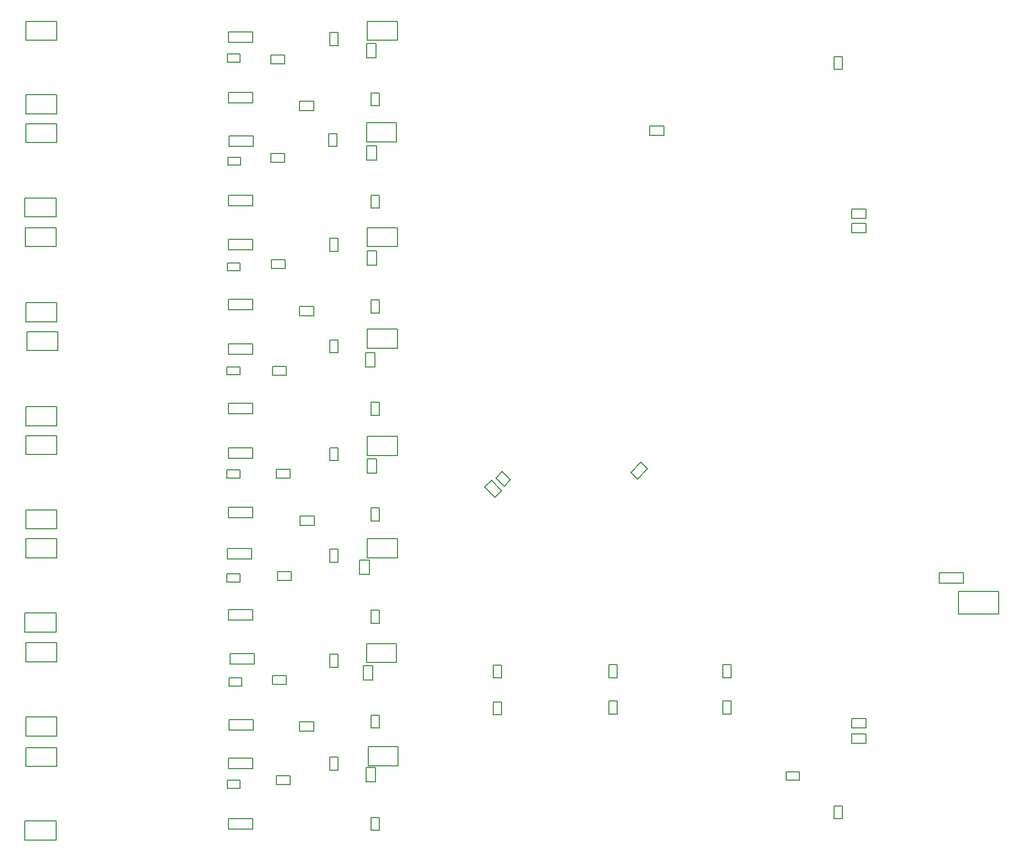
<source format=gbr>
%TF.GenerationSoftware,Altium Limited,Altium Designer,21.6.4 (81)*%
G04 Layer_Color=32896*
%FSLAX43Y43*%
%MOMM*%
%TF.SameCoordinates,95A2699C-722C-4572-8EE5-7BEA9F810E30*%
%TF.FilePolarity,Positive*%
%TF.FileFunction,Other,Bottom_3D_Body*%
%TF.Part,Single*%
G01*
G75*
%TA.AperFunction,NonConductor*%
%ADD94C,0.200*%
D94*
X-107992Y30474D02*
X-106542D01*
X-107992D02*
Y32674D01*
X-106542D01*
Y30474D02*
Y32674D01*
X-117813Y118107D02*
X-115613D01*
Y119557D01*
X-117813D02*
X-115613D01*
X-117813Y118107D02*
Y119557D01*
Y22603D02*
X-115613D01*
Y24053D01*
X-117813D02*
X-115613D01*
X-117813Y22603D02*
Y24053D01*
X-87601Y61587D02*
X-86328Y60314D01*
X-85373Y61269D01*
X-86646Y62542D02*
X-85373Y61269D01*
X-87601Y61587D02*
X-86646Y62542D01*
X-105957Y62322D02*
Y64522D01*
X-107407D02*
X-105957D01*
X-107407Y62322D02*
Y64522D01*
Y62322D02*
X-105957D01*
X-106163Y78638D02*
Y80838D01*
X-107613D02*
X-106163D01*
X-107613Y78638D02*
Y80838D01*
Y78638D02*
X-106163D01*
X-105919Y94296D02*
Y96496D01*
X-107369D02*
X-105919D01*
X-107369Y94296D02*
Y96496D01*
Y94296D02*
X-105919D01*
X-105969Y110487D02*
Y112687D01*
X-107419D02*
X-105969D01*
X-107419Y110487D02*
Y112687D01*
Y110487D02*
X-105969D01*
X-106028Y126239D02*
Y128439D01*
X-107478D02*
X-106028D01*
X-107478Y126239D02*
Y128439D01*
Y126239D02*
X-106028D01*
X-32850Y102920D02*
X-30650D01*
X-32850Y101470D02*
Y102920D01*
Y101470D02*
X-30650D01*
Y102920D01*
X-32850Y100761D02*
X-30650D01*
X-32850Y99311D02*
Y100761D01*
Y99311D02*
X-30650D01*
Y100761D01*
X-32850Y24561D02*
X-30650D01*
X-32850Y23111D02*
Y24561D01*
Y23111D02*
X-30650D01*
Y24561D01*
X-32850Y22148D02*
X-30650D01*
X-32850Y20698D02*
Y22148D01*
Y20698D02*
X-30650D01*
Y22148D01*
X-106104Y14814D02*
Y17014D01*
X-107554D02*
X-106104D01*
X-107554Y14814D02*
Y17014D01*
Y14814D02*
X-106104D01*
X-107068Y46731D02*
Y48931D01*
X-108518D02*
X-107068D01*
X-108518Y46731D02*
Y48931D01*
Y46731D02*
X-107068D01*
X-63965Y114297D02*
X-61765D01*
Y115747D01*
X-63965D02*
X-61765D01*
X-63965Y114297D02*
Y115747D01*
X-117686Y54226D02*
X-115486D01*
Y55676D01*
X-117686D02*
X-115486D01*
X-117686Y54226D02*
Y55676D01*
X-117813Y86484D02*
X-115613D01*
Y87934D01*
X-117813D02*
X-115613D01*
X-117813Y86484D02*
Y87934D01*
X-159994Y8776D02*
X-155244D01*
X-159994Y5876D02*
Y8776D01*
Y5876D02*
X-155244D01*
Y8776D01*
X-159867Y20079D02*
X-155117D01*
X-159867Y17179D02*
Y20079D01*
Y17179D02*
X-155117D01*
Y20079D01*
X-159867Y24778D02*
X-155117D01*
X-159867Y21878D02*
Y24778D01*
Y21878D02*
X-155117D01*
Y24778D01*
X-159994Y40780D02*
X-155244D01*
X-159994Y37880D02*
Y40780D01*
Y37880D02*
X-155244D01*
Y40780D01*
X-159867Y52210D02*
X-155117D01*
X-159867Y49310D02*
Y52210D01*
Y49310D02*
X-155117D01*
Y52210D01*
X-159867Y56655D02*
X-155117D01*
X-159867Y53755D02*
Y56655D01*
Y53755D02*
X-155117D01*
Y56655D01*
X-159867Y68085D02*
X-155117D01*
X-159867Y65185D02*
Y68085D01*
Y65185D02*
X-155117D01*
Y68085D01*
X-159855Y72530D02*
X-155105D01*
X-159855Y69630D02*
Y72530D01*
Y69630D02*
X-155105D01*
Y72530D01*
X-159728Y84087D02*
X-154978D01*
X-159728Y81187D02*
Y84087D01*
Y81187D02*
X-154978D01*
Y84087D01*
X-159855Y88532D02*
X-155105D01*
X-159855Y85632D02*
Y88532D01*
Y85632D02*
X-155105D01*
Y88532D01*
X-159982Y100089D02*
X-155232D01*
X-159982Y97189D02*
Y100089D01*
Y97189D02*
X-155232D01*
Y100089D01*
X-159994Y104661D02*
X-155244D01*
X-159994Y101761D02*
Y104661D01*
Y101761D02*
X-155244D01*
Y104661D01*
X-159855Y116091D02*
X-155105D01*
X-159855Y113191D02*
Y116091D01*
Y113191D02*
X-155105D01*
Y116091D01*
X-159855Y120536D02*
X-155105D01*
X-159855Y117636D02*
Y120536D01*
Y117636D02*
X-155105D01*
Y120536D01*
X-159855Y131839D02*
X-155105D01*
X-159855Y128939D02*
Y131839D01*
Y128939D02*
X-155105D01*
Y131839D01*
X-159855Y36208D02*
X-155105D01*
X-159855Y33308D02*
Y36208D01*
Y33308D02*
X-155105D01*
Y36208D01*
X-125023Y39673D02*
Y41273D01*
X-128723Y39673D02*
X-125023D01*
X-128723D02*
Y41273D01*
X-125023D01*
X-125150Y49071D02*
Y50671D01*
X-128850Y49071D02*
X-125150D01*
X-128850D02*
Y50671D01*
X-125150D01*
X-124926Y112571D02*
Y114171D01*
X-128626Y112571D02*
X-124926D01*
X-128626D02*
Y114171D01*
X-124926D01*
X-106797Y118848D02*
X-105547D01*
X-106797D02*
Y120848D01*
X-105547D01*
Y118848D02*
Y120848D01*
X-106797Y39219D02*
X-105547D01*
X-106797D02*
Y41219D01*
X-105547D01*
Y39219D02*
Y41219D01*
X-106797Y23090D02*
X-105547D01*
X-106797D02*
Y25090D01*
X-105547D01*
Y23090D02*
Y25090D01*
X-106797Y7342D02*
X-105547D01*
X-106797D02*
Y9342D01*
X-105547D01*
Y7342D02*
Y9342D01*
X-107202Y17296D02*
Y20216D01*
X-102602D01*
Y17296D02*
Y20216D01*
X-107202Y17296D02*
X-102602D01*
X-107456Y33171D02*
Y36091D01*
X-102856D01*
Y33171D02*
Y36091D01*
X-107456Y33171D02*
X-102856D01*
X-107329Y49300D02*
Y52220D01*
X-102729D01*
Y49300D02*
Y52220D01*
X-107329Y49300D02*
X-102729D01*
X-107329Y65048D02*
Y67968D01*
X-102729D01*
Y65048D02*
Y67968D01*
X-107329Y65048D02*
X-102729D01*
X-107329Y81558D02*
Y84478D01*
X-102729D01*
Y81558D02*
Y84478D01*
X-107329Y81558D02*
X-102729D01*
X-107329Y97179D02*
Y100099D01*
X-102729D01*
Y97179D02*
Y100099D01*
X-107329Y97179D02*
X-102729D01*
X-107456Y113308D02*
Y116228D01*
X-102856D01*
Y113308D02*
Y116228D01*
X-107456Y113308D02*
X-102856D01*
X-107329Y128929D02*
Y131849D01*
X-102729D01*
Y128929D02*
Y131849D01*
X-107329Y128929D02*
X-102729D01*
X-113147Y130119D02*
X-111897D01*
Y128119D02*
Y130119D01*
X-113147Y128119D02*
X-111897D01*
X-113147D02*
Y130119D01*
X-113274Y114590D02*
X-112024D01*
Y112590D02*
Y114590D01*
X-113274Y112590D02*
X-112024D01*
X-113274D02*
Y114590D01*
X-113147Y98461D02*
X-111897D01*
Y96461D02*
Y98461D01*
X-113147Y96461D02*
X-111897D01*
X-113147D02*
Y98461D01*
Y82840D02*
X-111897D01*
Y80840D02*
Y82840D01*
X-113147Y80840D02*
X-111897D01*
X-113147D02*
Y82840D01*
Y66238D02*
X-111897D01*
Y64238D02*
Y66238D01*
X-113147Y64238D02*
X-111897D01*
X-113147D02*
Y66238D01*
Y50617D02*
X-111897D01*
Y48617D02*
Y50617D01*
X-113147Y48617D02*
X-111897D01*
X-113147D02*
Y50617D01*
Y18613D02*
X-111897D01*
Y16613D02*
Y18613D01*
X-113147Y16613D02*
X-111897D01*
X-113147D02*
Y18613D01*
X-119219Y14398D02*
Y15748D01*
X-121319Y14398D02*
X-119219D01*
X-121319D02*
Y15748D01*
X-119219D01*
X-119854Y29765D02*
Y31115D01*
X-121954Y29765D02*
X-119854D01*
X-121954D02*
Y31115D01*
X-119854D01*
X-119092Y45767D02*
Y47117D01*
X-121192Y45767D02*
X-119092D01*
X-121192D02*
Y47117D01*
X-119092D01*
X-119219Y61515D02*
Y62865D01*
X-121319Y61515D02*
X-119219D01*
X-121319D02*
Y62865D01*
X-119219D01*
X-119854Y77390D02*
Y78740D01*
X-121954Y77390D02*
X-119854D01*
X-121954D02*
Y78740D01*
X-119854D01*
X-120015Y93773D02*
Y95123D01*
X-122115Y93773D02*
X-120015D01*
X-122115D02*
Y95123D01*
X-120015D01*
X-120108Y110156D02*
Y111506D01*
X-122208Y110156D02*
X-120108D01*
X-122208D02*
Y111506D01*
X-120108D01*
X-124993Y128573D02*
Y130173D01*
X-128693Y128573D02*
X-124993D01*
X-128693D02*
Y130173D01*
X-124993D01*
X-126889Y125573D02*
Y126823D01*
X-128889Y125573D02*
X-126889D01*
X-128889D02*
Y126823D01*
X-126889D01*
X-126802Y109698D02*
Y110948D01*
X-128802Y109698D02*
X-126802D01*
X-128802D02*
Y110948D01*
X-126802D01*
X-125023Y103427D02*
Y105027D01*
X-128723Y103427D02*
X-125023D01*
X-128723D02*
Y105027D01*
X-125023D01*
X-124993Y96696D02*
Y98296D01*
X-128693Y96696D02*
X-124993D01*
X-128693D02*
Y98296D01*
X-124993D01*
X-125023Y87425D02*
Y89025D01*
X-128723Y87425D02*
X-125023D01*
X-128723D02*
Y89025D01*
X-125023D01*
X-126889Y93442D02*
Y94692D01*
X-128889Y93442D02*
X-126889D01*
X-128889D02*
Y94692D01*
X-126889D01*
X-124993Y71423D02*
Y73023D01*
X-128693Y71423D02*
X-124993D01*
X-128693D02*
Y73023D01*
X-124993D01*
Y80567D02*
Y82167D01*
X-128693Y80567D02*
X-124993D01*
X-128693D02*
Y82167D01*
X-124993D01*
X-126929Y77440D02*
Y78690D01*
X-128929Y77440D02*
X-126929D01*
X-128929D02*
Y78690D01*
X-126929D01*
X-124993Y55421D02*
Y57021D01*
X-128693Y55421D02*
X-124993D01*
X-128693D02*
Y57021D01*
X-124993D01*
Y64565D02*
Y66165D01*
X-128693Y64565D02*
X-124993D01*
X-128693D02*
Y66165D01*
X-124993D01*
X-126929Y61565D02*
Y62815D01*
X-128929Y61565D02*
X-126929D01*
X-128929D02*
Y62815D01*
X-126929D01*
X-124896Y22782D02*
Y24382D01*
X-128596Y22782D02*
X-124896D01*
X-128596D02*
Y24382D01*
X-124896D01*
X-125023Y16813D02*
Y18413D01*
X-128723Y16813D02*
X-125023D01*
X-128723D02*
Y18413D01*
X-125023D01*
X-126889Y13813D02*
Y15063D01*
X-128889Y13813D02*
X-126889D01*
X-128889D02*
Y15063D01*
X-126889D01*
X-89301Y60169D02*
X-87746Y58614D01*
X-86721Y59639D01*
X-88276Y61194D02*
X-86721Y59639D01*
X-89301Y60169D02*
X-88276Y61194D01*
X-66822Y62433D02*
X-65797Y61408D01*
X-66822Y62433D02*
X-65267Y63988D01*
X-64242Y62963D01*
X-65797Y61408D02*
X-64242Y62963D01*
X-70221Y30837D02*
X-68971D01*
X-70221D02*
Y32837D01*
X-68971D01*
Y30837D02*
Y32837D01*
X-52695Y25249D02*
X-51445D01*
X-52695D02*
Y27249D01*
X-51445D01*
Y25249D02*
Y27249D01*
X-88001Y25122D02*
X-86751D01*
X-88001D02*
Y27122D01*
X-86751D01*
Y25122D02*
Y27122D01*
X-70221Y25249D02*
X-68971D01*
X-70221D02*
Y27249D01*
X-68971D01*
Y25249D02*
Y27249D01*
X-42910Y15083D02*
Y16333D01*
X-40910D01*
Y15083D02*
Y16333D01*
X-42910Y15083D02*
X-40910D01*
X-10235Y40678D02*
Y44078D01*
X-16435Y40678D02*
X-10235D01*
X-16435D02*
Y44078D01*
X-10235D01*
X-19376Y45388D02*
Y46988D01*
X-15676D01*
Y45388D02*
Y46988D01*
X-19376Y45388D02*
X-15676D01*
X-86751Y30802D02*
Y32802D01*
X-88001D02*
X-86751D01*
X-88001Y30802D02*
Y32802D01*
Y30802D02*
X-86751D01*
X-51445Y30837D02*
Y32837D01*
X-52695D02*
X-51445D01*
X-52695Y30837D02*
Y32837D01*
Y30837D02*
X-51445D01*
X-35550Y126436D02*
X-34300D01*
Y124436D02*
Y126436D01*
X-35550Y124436D02*
X-34300D01*
X-35550D02*
Y126436D01*
X-34300Y9120D02*
Y11120D01*
X-35550D02*
X-34300D01*
X-35550Y9120D02*
Y11120D01*
Y9120D02*
X-34300D01*
X-105547Y103100D02*
Y105100D01*
X-106797D02*
X-105547D01*
X-106797Y103100D02*
Y105100D01*
Y103100D02*
X-105547D01*
Y86971D02*
Y88971D01*
X-106797D02*
X-105547D01*
X-106797Y86971D02*
Y88971D01*
Y86971D02*
X-105547D01*
Y71223D02*
Y73223D01*
X-106797D02*
X-105547D01*
X-106797Y71223D02*
Y73223D01*
Y71223D02*
X-105547D01*
Y54967D02*
Y56967D01*
X-106797D02*
X-105547D01*
X-106797Y54967D02*
Y56967D01*
Y54967D02*
X-105547D01*
X-113147Y32453D02*
Y34453D01*
Y32453D02*
X-111897D01*
Y34453D01*
X-113147D02*
X-111897D01*
X-122208Y126619D02*
X-120108D01*
X-122208Y125269D02*
Y126619D01*
Y125269D02*
X-120108D01*
Y126619D01*
X-128469Y34542D02*
X-124769D01*
X-128469Y32942D02*
Y34542D01*
Y32942D02*
X-124769D01*
Y34542D01*
X-128635Y30811D02*
X-126635D01*
X-128635Y29561D02*
Y30811D01*
Y29561D02*
X-126635D01*
Y30811D01*
X-128723Y9142D02*
X-125023D01*
X-128723Y7542D02*
Y9142D01*
Y7542D02*
X-125023D01*
Y9142D01*
X-128929Y46813D02*
X-126929D01*
X-128929Y45563D02*
Y46813D01*
Y45563D02*
X-126929D01*
Y46813D01*
X-128693Y120902D02*
X-124993D01*
X-128693Y119302D02*
Y120902D01*
Y119302D02*
X-124993D01*
Y120902D01*
%TF.MD5,a1adfc3081bf6fd16691926143c5d873*%
M02*

</source>
